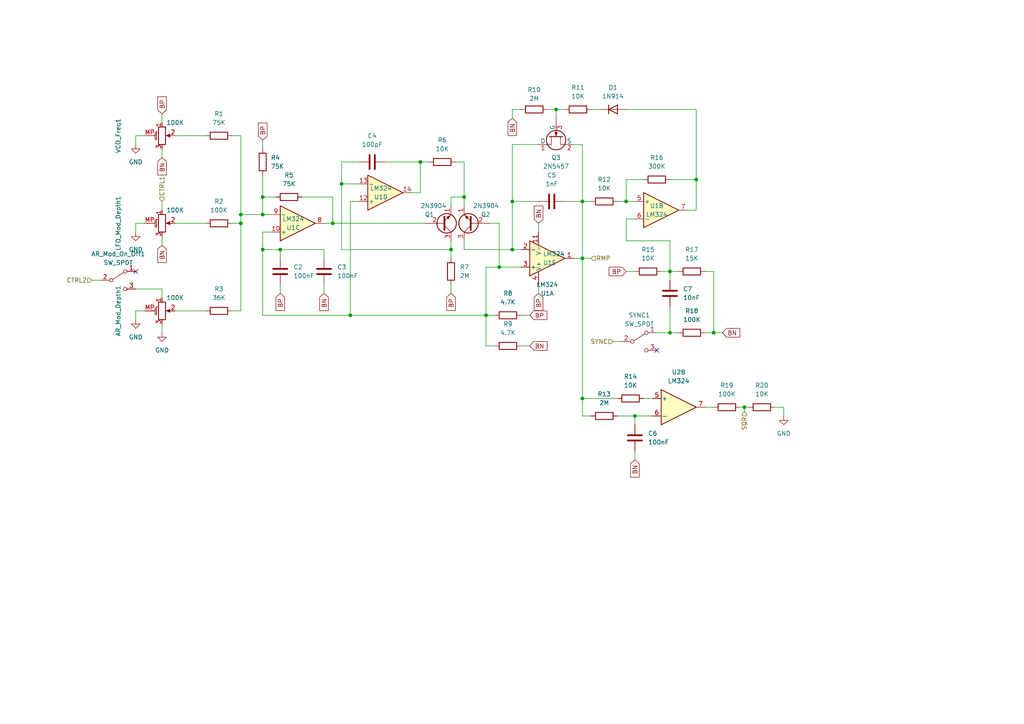
<source format=kicad_sch>
(kicad_sch (version 20230121) (generator eeschema)
  (paper "A4")
  (lib_symbols
    (symbol "Amplifier_Operational:LM324" (pin_names (offset 0.127))
      (property "Reference" "U" (at 0 5.08 0))
      (property "Value" "LM324" (at 0 -5.08 0))
      (symbol "LM324_1_1"
        (polyline (pts (xy -5.08 5.08) (xy 5.08 0) (xy -5.08 -5.08) (xy -5.08 5.08)) (stroke (width 0.254)) (fill (type background)))
        (pin output line (at 7.62 0 180) (length 2.54) (name "~") (number "1"))
        (pin input line (at -7.62 -2.54 0) (length 2.54) (name "-") (number "2"))
        (pin input line (at -7.62 2.54 0) (length 2.54) (name "+") (number "3"))
      )
      (symbol "LM324_2_1"
        (polyline (pts (xy -5.08 5.08) (xy 5.08 0) (xy -5.08 -5.08) (xy -5.08 5.08)) (stroke (width 0.254)) (fill (type background)))
        (pin input line (at -7.62 2.54 0) (length 2.54) (name "+") (number "5"))
        (pin input line (at -7.62 -2.54 0) (length 2.54) (name "-") (number "6"))
        (pin output line (at 7.62 0 180) (length 2.54) (name "~") (number "7"))
      )
      (symbol "LM324_3_1"
        (polyline (pts (xy -5.08 5.08) (xy 5.08 0) (xy -5.08 -5.08) (xy -5.08 5.08)) (stroke (width 0.254)) (fill (type background)))
        (pin input line (at -7.62 2.54 0) (length 2.54) (name "+") (number "10"))
        (pin output line (at 7.62 0 180) (length 2.54) (name "~") (number "8"))
        (pin input line (at -7.62 -2.54 0) (length 2.54) (name "-") (number "9"))
      )
      (symbol "LM324_4_1"
        (polyline (pts (xy -5.08 5.08) (xy 5.08 0) (xy -5.08 -5.08) (xy -5.08 5.08)) (stroke (width 0.254)) (fill (type background)))
        (pin input line (at -7.62 2.54 0) (length 2.54) (name "+") (number "12"))
        (pin input line (at -7.62 -2.54 0) (length 2.54) (name "-") (number "13"))
        (pin output line (at 7.62 0 180) (length 2.54) (name "~") (number "14"))
      )
      (symbol "LM324_5_1"
        (pin power_in line (at -2.54 -7.62 90) (length 3.81) (name "V-") (number "11"))
        (pin power_in line (at -2.54 7.62 270) (length 3.81) (name "V+") (number "4"))
      )
    )
    (symbol "Device:C" (pin_numbers hide) (pin_names (offset 0.254))
      (property "Reference" "C" (at 0.635 2.54 0))
      (property "Value" "C" (at 0.635 -2.54 0))
      (symbol "C_0_1"
        (polyline (pts (xy -2.032 -0.762) (xy 2.032 -0.762)) (stroke (width 0.508)))
        (polyline (pts (xy -2.032 0.762) (xy 2.032 0.762)) (stroke (width 0.508)))
      )
      (symbol "C_1_1"
        (pin passive line (at 0 3.81 270) (length 2.794) (name "~") (number "1"))
        (pin passive line (at 0 -3.81 90) (length 2.794) (name "~") (number "2"))
      )
    )
    (symbol "Device:Q_NJFET_DSG" (pin_names (offset 0))
      (property "Reference" "Q" (at 5.08 1.27 0))
      (property "Value" "Q_NJFET_DSG" (at 5.08 -1.27 0))
      (symbol "Q_NJFET_DSG_0_1"
        (polyline (pts (xy 0.254 1.905) (xy 0.254 -1.905) (xy 0.254 -1.905)) (stroke (width 0.254)))
        (polyline (pts (xy 2.54 -2.54) (xy 2.54 -1.27) (xy 0.254 -1.27)))
        (polyline (pts (xy 2.54 2.54) (xy 2.54 1.397) (xy 0.254 1.397)))
        (polyline (pts (xy 0 0) (xy -1.016 0.381) (xy -1.016 -0.381) (xy 0 0)) (fill (type outline)))
        (circle (center 1.27 0) (radius 2.8194) (stroke (width 0.254)))
      )
      (symbol "Q_NJFET_DSG_1_1"
        (pin passive line (at 2.54 5.08 270) (length 2.54) (name "D") (number "1"))
        (pin passive line (at 2.54 -5.08 90) (length 2.54) (name "S") (number "2"))
        (pin input line (at -5.08 0 0) (length 5.334) (name "G") (number "3"))
      )
    )
    (symbol "Device:R" (pin_numbers hide) (pin_names (offset 0))
      (property "Reference" "R" (at 2.032 0 90))
      (property "Value" "R" (at 0 0 90))
      (symbol "R_0_1"
        (rectangle (start -1.016 -2.54) (end 1.016 2.54) (stroke (width 0.254)))
      )
      (symbol "R_1_1"
        (pin passive line (at 0 3.81 270) (length 1.27) (name "~") (number "1"))
        (pin passive line (at 0 -3.81 90) (length 1.27) (name "~") (number "2"))
      )
    )
    (symbol "Device:R_Potentiometer_MountingPin" (pin_names (offset 1.016) hide)
      (property "Reference" "RV" (at -8.255 0 90))
      (property "Value" "R_Potentiometer_MountingPin" (at -6.35 0 90))
      (symbol "R_Potentiometer_MountingPin_0_1"
        (polyline (pts (xy 2.54 0) (xy 1.524 0)))
        (polyline (pts (xy 1.143 0) (xy 2.286 0.508) (xy 2.286 -0.508)) (fill (type outline)))
        (rectangle (start 1.016 2.54) (end -1.016 -2.54) (stroke (width 0.254)))
      )
      (symbol "R_Potentiometer_MountingPin_1_1"
        (polyline (pts (xy -2.032 1.016) (xy -2.032 -1.016)) (stroke (width 0.1524)))
        (text "Mounting" (at -1.651 0 900) (effects (font (size 0.381 0.381))))
        (pin passive line (at 0 3.81 270) (length 1.27) (name "1") (number "1"))
        (pin passive line (at 3.81 0 180) (length 1.27) (name "2") (number "2"))
        (pin passive line (at 0 -3.81 90) (length 1.27) (name "3") (number "3"))
        (pin passive line (at -5.08 0 0) (length 3.048) (name "MountPin") (number "MP"))
      )
    )
    (symbol "Diode:1N914" (pin_numbers hide) (pin_names hide)
      (property "Reference" "D" (at 0 2.54 0))
      (property "Value" "1N914" (at 0 -2.54 0))
      (symbol "1N914_0_1"
        (polyline (pts (xy -1.27 1.27) (xy -1.27 -1.27)) (stroke (width 0.254)))
        (polyline (pts (xy 1.27 0) (xy -1.27 0)))
        (polyline (pts (xy 1.27 1.27) (xy 1.27 -1.27) (xy -1.27 0) (xy 1.27 1.27)) (stroke (width 0.254)))
      )
      (symbol "1N914_1_1"
        (pin passive line (at -3.81 0 0) (length 2.54) (name "K") (number "1"))
        (pin passive line (at 3.81 0 180) (length 2.54) (name "A") (number "2"))
      )
    )
    (symbol "Switch:SW_SPDT" (pin_names (offset 0) hide)
      (property "Reference" "SW" (at 0 4.318 0))
      (property "Value" "SW_SPDT" (at 0 -5.08 0))
      (symbol "SW_SPDT_0_0"
        (circle (center -2.032 0) (radius 0.508))
        (circle (center 2.032 -2.54) (radius 0.508))
      )
      (symbol "SW_SPDT_0_1"
        (polyline (pts (xy -1.524 0.254) (xy 1.651 2.286)))
        (circle (center 2.032 2.54) (radius 0.508))
      )
      (symbol "SW_SPDT_1_1"
        (pin passive line (at 5.08 2.54 180) (length 2.54) (name "A") (number "1"))
        (pin passive line (at -5.08 0 0) (length 2.54) (name "B") (number "2"))
        (pin passive line (at 5.08 -2.54 180) (length 2.54) (name "C") (number "3"))
      )
    )
    (symbol "Transistor_BJT:2N3904" (pin_names (offset 0) hide)
      (property "Reference" "Q" (at 5.08 1.905 0))
      (property "Value" "2N3904" (at 5.08 0 0))
      (symbol "2N3904_0_1"
        (polyline (pts (xy 0.635 0.635) (xy 2.54 2.54)))
        (polyline (pts (xy 0.635 -0.635) (xy 2.54 -2.54) (xy 2.54 -2.54)))
        (polyline (pts (xy 0.635 1.905) (xy 0.635 -1.905) (xy 0.635 -1.905)) (stroke (width 0.508)))
        (polyline (pts (xy 1.27 -1.778) (xy 1.778 -1.27) (xy 2.286 -2.286) (xy 1.27 -1.778) (xy 1.27 -1.778)) (fill (type outline)))
        (circle (center 1.27 0) (radius 2.8194) (stroke (width 0.254)))
      )
      (symbol "2N3904_1_1"
        (pin passive line (at 2.54 -5.08 90) (length 2.54) (name "E") (number "1"))
        (pin passive line (at -5.08 0 0) (length 5.715) (name "B") (number "2"))
        (pin passive line (at 2.54 5.08 270) (length 2.54) (name "C") (number "3"))
      )
    )
    (symbol "power:GND" (power) (pin_names (offset 0))
      (property "Value" "GND" (at 0 -3.81 0))
      (symbol "GND_0_1"
        (polyline (pts (xy 0 0) (xy 0 -1.27) (xy 1.27 -1.27) (xy 0 -2.54) (xy -1.27 -1.27) (xy 0 -1.27)))
      )
      (symbol "GND_1_1"
        (pin power_in line (at 0 0 270) (length 0) hide (name "GND") (number "1"))
      )
    )
  )
  (junction (at 207.01 96.52))
  (junction (at 168.91 58.42))
  (junction (at 168.91 74.93))
  (junction (at 168.91 115.57))
  (junction (at 144.78 77.47))
  (junction (at 161.29 31.75))
  (junction (at 140.97 91.44))
  (junction (at 76.2 62.23))
  (junction (at 130.81 72.39))
  (junction (at 99.06 53.34))
  (junction (at 69.85 62.23))
  (junction (at 76.2 57.15))
  (junction (at 201.93 52.07))
  (junction (at 181.61 58.42))
  (junction (at 101.6 91.44))
  (junction (at 215.9 118.11))
  (junction (at 184.15 120.65))
  (junction (at 194.31 78.74))
  (junction (at 121.92 46.99))
  (junction (at 76.2 72.39))
  (junction (at 148.59 72.39))
  (junction (at 69.85 64.77))
  (junction (at 134.62 57.15))
  (junction (at 81.28 72.39))
  (junction (at 194.31 96.52))
  (junction (at 96.52 64.77))
  (junction (at 148.59 58.42))
  (no_connect (at 190.5 101.6))
  (no_connect (at 39.37 78.74))
  (wire (pts (xy 156.21 41.91) (xy 148.59 41.91)))
  (wire (pts (xy 39.37 83.82) (xy 46.99 83.82)))
  (wire (pts (xy 168.91 120.65) (xy 168.91 115.57)))
  (wire (pts (xy 201.93 31.75) (xy 181.61 31.75)))
  (wire (pts (xy 50.8 64.77) (xy 59.69 64.77)))
  (wire (pts (xy 76.2 62.23) (xy 76.2 57.15)))
  (wire (pts (xy 69.85 64.77) (xy 69.85 90.17)))
  (wire (pts (xy 171.45 31.75) (xy 173.99 31.75)))
  (wire (pts (xy 140.97 77.47) (xy 144.78 77.47)))
  (wire (pts (xy 101.6 91.44) (xy 140.97 91.44)))
  (wire (pts (xy 181.61 58.42) (xy 184.15 58.42)))
  (wire (pts (xy 186.69 52.07) (xy 181.61 52.07)))
  (wire (pts (xy 121.92 46.99) (xy 124.46 46.99)))
  (wire (pts (xy 96.52 64.77) (xy 93.98 64.77)))
  (wire (pts (xy 181.61 63.5) (xy 181.61 69.85)))
  (wire (pts (xy 46.99 33.02) (xy 46.99 35.56)))
  (wire (pts (xy 130.81 72.39) (xy 99.06 72.39)))
  (wire (pts (xy 99.06 46.99) (xy 99.06 53.34)))
  (wire (pts (xy 168.91 74.93) (xy 171.45 74.93)))
  (wire (pts (xy 81.28 82.55) (xy 81.28 85.09)))
  (wire (pts (xy 184.15 63.5) (xy 181.61 63.5)))
  (wire (pts (xy 119.38 55.88) (xy 121.92 55.88)))
  (wire (pts (xy 76.2 72.39) (xy 81.28 72.39)))
  (wire (pts (xy 140.97 100.33) (xy 140.97 91.44)))
  (wire (pts (xy 111.76 46.99) (xy 121.92 46.99)))
  (wire (pts (xy 181.61 69.85) (xy 194.31 69.85)))
  (wire (pts (xy 199.39 60.96) (xy 201.93 60.96)))
  (wire (pts (xy 207.01 78.74) (xy 207.01 96.52)))
  (wire (pts (xy 67.31 64.77) (xy 69.85 64.77)))
  (wire (pts (xy 179.07 115.57) (xy 168.91 115.57)))
  (wire (pts (xy 69.85 62.23) (xy 69.85 64.77)))
  (wire (pts (xy 194.31 78.74) (xy 194.31 81.28)))
  (wire (pts (xy 168.91 115.57) (xy 168.91 74.93)))
  (wire (pts (xy 207.01 96.52) (xy 209.55 96.52)))
  (wire (pts (xy 50.8 39.37) (xy 59.69 39.37)))
  (wire (pts (xy 204.47 118.11) (xy 207.01 118.11)))
  (wire (pts (xy 46.99 58.42) (xy 46.99 60.96)))
  (wire (pts (xy 93.98 72.39) (xy 93.98 74.93)))
  (wire (pts (xy 156.21 64.77) (xy 156.21 67.31)))
  (wire (pts (xy 140.97 91.44) (xy 143.51 91.44)))
  (wire (pts (xy 134.62 57.15) (xy 134.62 59.69)))
  (wire (pts (xy 39.37 39.37) (xy 39.37 41.91)))
  (wire (pts (xy 87.63 57.15) (xy 96.52 57.15)))
  (wire (pts (xy 181.61 78.74) (xy 184.15 78.74)))
  (wire (pts (xy 78.74 67.31) (xy 76.2 67.31)))
  (wire (pts (xy 148.59 72.39) (xy 134.62 72.39)))
  (wire (pts (xy 179.07 58.42) (xy 181.61 58.42)))
  (wire (pts (xy 194.31 52.07) (xy 201.93 52.07)))
  (wire (pts (xy 46.99 68.58) (xy 46.99 71.12)))
  (wire (pts (xy 76.2 91.44) (xy 76.2 72.39)))
  (wire (pts (xy 142.24 64.77) (xy 144.78 64.77)))
  (wire (pts (xy 184.15 130.81) (xy 184.15 133.35)))
  (wire (pts (xy 204.47 96.52) (xy 207.01 96.52)))
  (wire (pts (xy 168.91 58.42) (xy 168.91 74.93)))
  (wire (pts (xy 148.59 31.75) (xy 148.59 34.29)))
  (wire (pts (xy 148.59 41.91) (xy 148.59 58.42)))
  (wire (pts (xy 151.13 100.33) (xy 153.67 100.33)))
  (wire (pts (xy 191.77 78.74) (xy 194.31 78.74)))
  (wire (pts (xy 69.85 39.37) (xy 69.85 62.23)))
  (wire (pts (xy 76.2 67.31) (xy 76.2 72.39)))
  (wire (pts (xy 214.63 118.11) (xy 215.9 118.11)))
  (wire (pts (xy 46.99 93.98) (xy 46.99 96.52)))
  (wire (pts (xy 184.15 120.65) (xy 189.23 120.65)))
  (wire (pts (xy 46.99 83.82) (xy 46.99 86.36)))
  (wire (pts (xy 41.91 90.17) (xy 39.37 90.17)))
  (wire (pts (xy 134.62 46.99) (xy 134.62 57.15)))
  (wire (pts (xy 151.13 91.44) (xy 153.67 91.44)))
  (wire (pts (xy 168.91 58.42) (xy 171.45 58.42)))
  (wire (pts (xy 194.31 69.85) (xy 194.31 78.74)))
  (wire (pts (xy 143.51 100.33) (xy 140.97 100.33)))
  (wire (pts (xy 158.75 31.75) (xy 161.29 31.75)))
  (wire (pts (xy 201.93 60.96) (xy 201.93 52.07)))
  (wire (pts (xy 194.31 96.52) (xy 196.85 96.52)))
  (wire (pts (xy 148.59 58.42) (xy 148.59 72.39)))
  (wire (pts (xy 104.14 58.42) (xy 101.6 58.42)))
  (wire (pts (xy 46.99 43.18) (xy 46.99 45.72)))
  (wire (pts (xy 215.9 118.11) (xy 217.17 118.11)))
  (wire (pts (xy 144.78 77.47) (xy 151.13 77.47)))
  (wire (pts (xy 41.91 39.37) (xy 39.37 39.37)))
  (wire (pts (xy 104.14 46.99) (xy 99.06 46.99)))
  (wire (pts (xy 76.2 57.15) (xy 80.01 57.15)))
  (wire (pts (xy 144.78 64.77) (xy 144.78 77.47)))
  (wire (pts (xy 181.61 52.07) (xy 181.61 58.42)))
  (wire (pts (xy 81.28 72.39) (xy 81.28 74.93)))
  (wire (pts (xy 78.74 62.23) (xy 76.2 62.23)))
  (wire (pts (xy 96.52 64.77) (xy 123.19 64.77)))
  (wire (pts (xy 148.59 58.42) (xy 156.21 58.42)))
  (wire (pts (xy 26.67 81.28) (xy 29.21 81.28)))
  (wire (pts (xy 50.8 90.17) (xy 59.69 90.17)))
  (wire (pts (xy 76.2 50.8) (xy 76.2 57.15)))
  (wire (pts (xy 93.98 82.55) (xy 93.98 85.09)))
  (wire (pts (xy 190.5 96.52) (xy 194.31 96.52)))
  (wire (pts (xy 130.81 69.85) (xy 130.81 72.39)))
  (wire (pts (xy 134.62 72.39) (xy 134.62 69.85)))
  (wire (pts (xy 177.8 99.06) (xy 180.34 99.06)))
  (wire (pts (xy 76.2 40.64) (xy 76.2 43.18)))
  (wire (pts (xy 186.69 115.57) (xy 189.23 115.57)))
  (wire (pts (xy 168.91 74.93) (xy 166.37 74.93)))
  (wire (pts (xy 224.79 118.11) (xy 227.33 118.11)))
  (wire (pts (xy 99.06 53.34) (xy 104.14 53.34)))
  (wire (pts (xy 99.06 72.39) (xy 99.06 53.34)))
  (wire (pts (xy 101.6 91.44) (xy 76.2 91.44)))
  (wire (pts (xy 130.81 72.39) (xy 130.81 74.93)))
  (wire (pts (xy 215.9 118.11) (xy 215.9 119.38)))
  (wire (pts (xy 130.81 82.55) (xy 130.81 85.09)))
  (wire (pts (xy 67.31 39.37) (xy 69.85 39.37)))
  (wire (pts (xy 161.29 31.75) (xy 163.83 31.75)))
  (wire (pts (xy 166.37 41.91) (xy 168.91 41.91)))
  (wire (pts (xy 69.85 90.17) (xy 67.31 90.17)))
  (wire (pts (xy 151.13 31.75) (xy 148.59 31.75)))
  (wire (pts (xy 96.52 57.15) (xy 96.52 64.77)))
  (wire (pts (xy 101.6 58.42) (xy 101.6 91.44)))
  (wire (pts (xy 227.33 118.11) (xy 227.33 120.65)))
  (wire (pts (xy 194.31 78.74) (xy 196.85 78.74)))
  (wire (pts (xy 201.93 52.07) (xy 201.93 31.75)))
  (wire (pts (xy 140.97 91.44) (xy 140.97 77.47)))
  (wire (pts (xy 39.37 90.17) (xy 39.37 92.71)))
  (wire (pts (xy 179.07 120.65) (xy 184.15 120.65)))
  (wire (pts (xy 204.47 78.74) (xy 207.01 78.74)))
  (wire (pts (xy 39.37 64.77) (xy 39.37 67.31)))
  (wire (pts (xy 184.15 120.65) (xy 184.15 123.19)))
  (wire (pts (xy 168.91 41.91) (xy 168.91 58.42)))
  (wire (pts (xy 171.45 120.65) (xy 168.91 120.65)))
  (wire (pts (xy 130.81 57.15) (xy 134.62 57.15)))
  (wire (pts (xy 194.31 88.9) (xy 194.31 96.52)))
  (wire (pts (xy 81.28 72.39) (xy 93.98 72.39)))
  (wire (pts (xy 163.83 58.42) (xy 168.91 58.42)))
  (wire (pts (xy 151.13 72.39) (xy 148.59 72.39)))
  (wire (pts (xy 121.92 55.88) (xy 121.92 46.99)))
  (wire (pts (xy 69.85 62.23) (xy 76.2 62.23)))
  (wire (pts (xy 161.29 31.75) (xy 161.29 34.29)))
  (wire (pts (xy 41.91 64.77) (xy 39.37 64.77)))
  (wire (pts (xy 130.81 59.69) (xy 130.81 57.15)))
  (wire (pts (xy 156.21 82.55) (xy 156.21 85.09)))
  (wire (pts (xy 132.08 46.99) (xy 134.62 46.99)))
  (global_label "BP" (shape input) (at 153.67 91.44 0) (property "Intersheetrefs" "${INTERSHEET_REFS}" (effects hide)))
  (global_label "BN" (shape input) (at 93.98 85.09 270) (property "Intersheetrefs" "${INTERSHEET_REFS}" (effects hide)))
  (global_label "BP" (shape input) (at 46.99 33.02 90) (property "Intersheetrefs" "${INTERSHEET_REFS}" (effects hide)))
  (global_label "BN" (shape input) (at 46.99 71.12 270) (property "Intersheetrefs" "${INTERSHEET_REFS}" (effects hide)))
  (global_label "BN" (shape input) (at 153.67 100.33 0) (property "Intersheetrefs" "${INTERSHEET_REFS}" (effects hide)))
  (global_label "BP" (shape input) (at 181.61 78.74 180) (property "Intersheetrefs" "${INTERSHEET_REFS}" (effects hide)))
  (global_label "BN" (shape input) (at 148.59 34.29 270) (property "Intersheetrefs" "${INTERSHEET_REFS}" (effects hide)))
  (global_label "BP" (shape input) (at 76.2 40.64 90) (property "Intersheetrefs" "${INTERSHEET_REFS}" (effects hide)))
  (global_label "BN" (shape input) (at 156.21 64.77 90) (property "Intersheetrefs" "${INTERSHEET_REFS}" (effects hide)))
  (global_label "BN" (shape input) (at 184.15 133.35 270) (property "Intersheetrefs" "${INTERSHEET_REFS}" (effects hide)))
  (global_label "BP" (shape input) (at 130.81 85.09 270) (property "Intersheetrefs" "${INTERSHEET_REFS}" (effects hide)))
  (global_label "BN" (shape input) (at 209.55 96.52 0) (property "Intersheetrefs" "${INTERSHEET_REFS}" (effects hide)))
  (global_label "BN" (shape input) (at 46.99 45.72 270) (property "Intersheetrefs" "${INTERSHEET_REFS}" (effects hide)))
  (global_label "BP" (shape input) (at 156.21 85.09 270) (property "Intersheetrefs" "${INTERSHEET_REFS}" (effects hide)))
  (global_label "BP" (shape input) (at 81.28 85.09 270) (property "Intersheetrefs" "${INTERSHEET_REFS}" (effects hide)))
  (hierarchical_label "CTRL2" (shape input) (at 26.67 81.28 180))
  (hierarchical_label "SQR" (shape input) (at 215.9 119.38 270))
  (hierarchical_label "RMP" (shape input) (at 171.45 74.93 0))
  (hierarchical_label "SYNC" (shape input) (at 177.8 99.06 180))
  (hierarchical_label "CTRL1" (shape input) (at 46.99 58.42 90))
  (symbol (lib_id "Transistor_BJT:2N3904") (at 137.16 64.77 180) (unit 1)
    (property "Reference" "Q2" (at 142.24 62.23 0) (effects (justify left)))
    (property "Value" "2N3904" (at 144.78 59.69 0) (effects (justify left)))
    (property "Footprint" "Package_TO_SOT_THT:TO-92_HandSolder" (effects hide))
    (property "Datasheet" "https://www.onsemi.com/pub/Collateral/2N3903-D.PDF" (effects hide))
  )
  (symbol (lib_id "Device:R") (at 63.5 90.17 90) (unit 1)
    (property "Reference" "R3" (at 63.5 83.82 90))
    (property "Value" "36K" (at 63.5 86.36 90))
    (property "Footprint" "Library:R_Axial_DIN0207_L6.3mm_D2.5mm_P7.62mm_Horizontal" (effects hide))
  )
  (symbol (lib_id "Amplifier_Operational:LM324") (at 158.75 74.93 0) (mirror x) (unit 5)
    (property "Reference" "U1" (at 157.48 76.2 0) (effects (justify left)))
    (property "Value" "LM324" (at 157.48 73.66 0) (effects (justify left)))
    (property "Footprint" "Package_DIP:DIP-14_W7.62mm_Socket_LongPads" (effects hide))
    (property "Datasheet" "http://www.ti.com/lit/ds/symlink/lm2902-n.pdf" (effects hide))
  )
  (symbol (lib_id "Amplifier_Operational:LM324") (at 158.75 74.93 0) (mirror x) (unit 1)
    (property "Reference" "U1" (at 158.75 85.09 0))
    (property "Value" "LM324" (at 158.75 82.55 0))
    (property "Footprint" "Package_DIP:DIP-14_W7.62mm_Socket_LongPads" (effects hide))
    (property "Datasheet" "http://www.ti.com/lit/ds/symlink/lm2902-n.pdf" (effects hide))
  )
  (symbol (lib_id "Device:R") (at 76.2 46.99 180) (unit 1)
    (property "Reference" "R4" (at 78.5245 45.72 0) (effects (justify right)))
    (property "Value" "75K" (at 78.5245 48.26 0) (effects (justify right)))
    (property "Footprint" "Library:R_Axial_DIN0207_L6.3mm_D2.5mm_P7.62mm_Horizontal" (effects hide))
  )
  (symbol (lib_id "Device:R_Potentiometer_MountingPin") (at 46.99 39.37 0) (unit 1)
    (property "Reference" "VCO_Freq1" (at 34.29 39.37 90))
    (property "Value" "100K" (at 50.8 35.56 0))
    (property "Footprint" "Library:Potentiometer_Bourns_PTV09A-1_Single_Vertical" (effects hide))
  )
  (symbol (lib_id "Amplifier_Operational:LM324") (at 111.76 55.88 0) (mirror x) (unit 4)
    (property "Reference" "U1" (at 110.49 57.15 0))
    (property "Value" "LM324" (at 110.49 54.61 0))
    (property "Footprint" "Package_DIP:DIP-14_W7.62mm_Socket_LongPads" (effects hide))
    (property "Datasheet" "http://www.ti.com/lit/ds/symlink/lm2902-n.pdf" (effects hide))
  )
  (symbol (lib_id "Device:C") (at 194.31 85.09 180) (unit 1)
    (property "Reference" "C7" (at 198.12 83.82 0) (effects (justify right)))
    (property "Value" "10nF" (at 198.12 86.36 0) (effects (justify right)))
    (property "Footprint" "Capacitor_THT:C_Disc_D3.0mm_W2.0mm_P2.50mm" (effects hide))
  )
  (symbol (lib_id "Device:C") (at 107.95 46.99 90) (unit 1)
    (property "Reference" "C4" (at 107.95 39.37 90))
    (property "Value" "100pF" (at 107.95 41.91 90))
    (property "Footprint" "Capacitor_THT:C_Disc_D3.0mm_W2.0mm_P2.50mm" (effects hide))
  )
  (symbol (lib_id "Diode:1N914") (at 177.8 31.75 0) (unit 1)
    (property "Reference" "D1" (at 177.8 25.4 0))
    (property "Value" "1N914" (at 177.8 27.94 0))
    (property "Footprint" "Diode_THT:D_DO-35_SOD27_P7.62mm_Horizontal" (effects hide))
    (property "Datasheet" "http://www.vishay.com/docs/85622/1n914.pdf" (effects hide))
    (property "Sim.Device" "D" (effects hide))
    (property "Sim.Pins" "1=K 2=A" (effects hide))
  )
  (symbol (lib_id "Amplifier_Operational:LM324") (at 196.85 118.11 0) (unit 2)
    (property "Reference" "U2" (at 196.85 107.95 0))
    (property "Value" "LM324" (at 196.85 110.49 0))
    (property "Footprint" "Package_DIP:DIP-14_W7.62mm_Socket_LongPads" (effects hide))
    (property "Datasheet" "http://www.ti.com/lit/ds/symlink/lm2902-n.pdf" (effects hide))
  )
  (symbol (lib_id "power:GND") (at 39.37 41.91 0) (unit 1)
    (property "Reference" "#PWR01" (effects hide))
    (property "Value" "GND" (at 39.37 46.99 0))
  )
  (symbol (lib_id "Transistor_BJT:2N3904") (at 128.27 64.77 0) (mirror x) (unit 1)
    (property "Reference" "Q1" (at 123.19 62.23 0) (effects (justify left)))
    (property "Value" "2N3904" (at 121.92 59.69 0) (effects (justify left)))
    (property "Footprint" "Package_TO_SOT_THT:TO-92_HandSolder" (effects hide))
    (property "Datasheet" "https://www.onsemi.com/pub/Collateral/2N3903-D.PDF" (effects hide))
  )
  (symbol (lib_id "Device:R") (at 154.94 31.75 270) (unit 1)
    (property "Reference" "R10" (at 154.94 26.0332 90))
    (property "Value" "2M" (at 154.94 28.5732 90))
    (property "Footprint" "Library:R_Axial_DIN0207_L6.3mm_D2.5mm_P7.62mm_Horizontal" (effects hide))
  )
  (symbol (lib_id "Device:R") (at 147.32 100.33 90) (unit 1)
    (property "Reference" "R9" (at 147.32 93.98 90))
    (property "Value" "4.7K" (at 147.32 96.52 90))
    (property "Footprint" "Library:R_Axial_DIN0207_L6.3mm_D2.5mm_P7.62mm_Horizontal" (effects hide))
  )
  (symbol (lib_id "Device:C") (at 93.98 78.74 180) (unit 1)
    (property "Reference" "C3" (at 97.79 77.47 0) (effects (justify right)))
    (property "Value" "100nF" (at 97.79 80.01 0) (effects (justify right)))
    (property "Footprint" "Capacitor_THT:C_Disc_D3.0mm_W2.0mm_P2.50mm" (effects hide))
  )
  (symbol (lib_id "Device:R") (at 128.27 46.99 90) (unit 1)
    (property "Reference" "R6" (at 128.27 40.64 90))
    (property "Value" "10K" (at 128.27 43.18 90))
    (property "Footprint" "Library:R_Axial_DIN0207_L6.3mm_D2.5mm_P7.62mm_Horizontal" (effects hide))
  )
  (symbol (lib_id "Device:R") (at 200.66 78.74 90) (unit 1)
    (property "Reference" "R17" (at 200.66 72.39 90))
    (property "Value" "15K" (at 200.66 74.93 90))
    (property "Footprint" "Library:R_Axial_DIN0207_L6.3mm_D2.5mm_P7.62mm_Horizontal" (effects hide))
  )
  (symbol (lib_id "Device:R") (at 200.66 96.52 90) (unit 1)
    (property "Reference" "R18" (at 200.66 90.17 90))
    (property "Value" "100K" (at 200.66 92.71 90))
    (property "Footprint" "Library:R_Axial_DIN0207_L6.3mm_D2.5mm_P7.62mm_Horizontal" (effects hide))
  )
  (symbol (lib_id "power:GND") (at 46.99 96.52 0) (unit 1)
    (property "Reference" "#PWR04" (effects hide))
    (property "Value" "GND" (at 46.99 101.6 0))
  )
  (symbol (lib_id "power:GND") (at 227.33 120.65 0) (unit 1)
    (property "Reference" "#PWR05" (effects hide))
    (property "Value" "GND" (at 227.33 125.73 0))
  )
  (symbol (lib_id "Device:R") (at 63.5 64.77 90) (unit 1)
    (property "Reference" "R2" (at 63.5 58.42 90))
    (property "Value" "100K" (at 63.5 60.96 90))
    (property "Footprint" "Library:R_Axial_DIN0207_L6.3mm_D2.5mm_P7.62mm_Horizontal" (effects hide))
  )
  (symbol (lib_id "Device:R") (at 130.81 78.74 180) (unit 1)
    (property "Reference" "R7" (at 133.35 77.47 0) (effects (justify right)))
    (property "Value" "2M" (at 133.35 80.01 0) (effects (justify right)))
    (property "Footprint" "Library:R_Axial_DIN0207_L6.3mm_D2.5mm_P7.62mm_Horizontal" (effects hide))
  )
  (symbol (lib_id "Device:R") (at 167.64 31.75 90) (unit 1)
    (property "Reference" "R11" (at 167.64 25.4 90))
    (property "Value" "10K" (at 167.64 27.94 90))
    (property "Footprint" "Library:R_Axial_DIN0207_L6.3mm_D2.5mm_P7.62mm_Horizontal" (effects hide))
  )
  (symbol (lib_id "Switch:SW_SPDT") (at 34.29 81.28 0) (unit 1)
    (property "Reference" "AR_Mod_On_Off1" (at 34.29 73.66 0))
    (property "Value" "SW_SPDT" (at 34.29 76.2 0))
    (property "Footprint" "benjiaomodular:ToggleSwitch_MTS-102_SPDT" (effects hide))
  )
  (symbol (lib_id "Device:R") (at 175.26 120.65 90) (unit 1)
    (property "Reference" "R13" (at 175.26 114.3 90))
    (property "Value" "2M" (at 175.26 116.84 90))
    (property "Footprint" "Library:R_Axial_DIN0207_L6.3mm_D2.5mm_P7.62mm_Horizontal" (effects hide))
  )
  (symbol (lib_id "Device:R") (at 147.32 91.44 90) (unit 1)
    (property "Reference" "R8" (at 147.32 85.09 90))
    (property "Value" "4.7K" (at 147.32 87.63 90))
    (property "Footprint" "Library:R_Axial_DIN0207_L6.3mm_D2.5mm_P7.62mm_Horizontal" (effects hide))
  )
  (symbol (lib_id "Device:R") (at 187.96 78.74 90) (unit 1)
    (property "Reference" "R15" (at 187.96 72.39 90))
    (property "Value" "10K" (at 187.96 74.93 90))
    (property "Footprint" "Library:R_Axial_DIN0207_L6.3mm_D2.5mm_P7.62mm_Horizontal" (effects hide))
  )
  (symbol (lib_id "Device:R") (at 210.82 118.11 90) (unit 1)
    (property "Reference" "R19" (at 210.82 111.76 90))
    (property "Value" "100K" (at 210.82 114.3 90))
    (property "Footprint" "Library:R_Axial_DIN0207_L6.3mm_D2.5mm_P7.62mm_Horizontal" (effects hide))
  )
  (symbol (lib_id "Device:R") (at 83.82 57.15 90) (unit 1)
    (property "Reference" "R5" (at 83.82 50.8 90))
    (property "Value" "75K" (at 83.82 53.34 90))
    (property "Footprint" "Library:R_Axial_DIN0207_L6.3mm_D2.5mm_P7.62mm_Horizontal" (effects hide))
  )
  (symbol (lib_id "Device:R") (at 190.5 52.07 90) (unit 1)
    (property "Reference" "R16" (at 190.5 45.72 90))
    (property "Value" "300K" (at 190.5 48.26 90))
    (property "Footprint" "Library:R_Axial_DIN0207_L6.3mm_D2.5mm_P7.62mm_Horizontal" (effects hide))
  )
  (symbol (lib_id "Switch:SW_SPDT") (at 185.42 99.06 0) (unit 1)
    (property "Reference" "SYNC1" (at 185.42 91.44 0))
    (property "Value" "SW_SPDT" (at 185.42 93.98 0))
    (property "Footprint" "benjiaomodular:ToggleSwitch_MTS-102_SPDT" (effects hide))
  )
  (symbol (lib_id "Amplifier_Operational:LM324") (at 191.77 60.96 0) (unit 2)
    (property "Reference" "U1" (at 190.5 59.69 0))
    (property "Value" "LM324" (at 190.5 62.23 0))
    (property "Footprint" "Package_DIP:DIP-14_W7.62mm_Socket_LongPads" (effects hide))
    (property "Datasheet" "http://www.ti.com/lit/ds/symlink/lm2902-n.pdf" (effects hide))
  )
  (symbol (lib_id "power:GND") (at 39.37 92.71 0) (unit 1)
    (property "Reference" "#PWR03" (effects hide))
    (property "Value" "GND" (at 39.37 97.79 0))
  )
  (symbol (lib_id "Device:R") (at 220.98 118.11 90) (unit 1)
    (property "Reference" "R20" (at 220.98 111.76 90))
    (property "Value" "10K" (at 220.98 114.3 90))
    (property "Footprint" "Library:R_Axial_DIN0207_L6.3mm_D2.5mm_P7.62mm_Horizontal" (effects hide))
  )
  (symbol (lib_id "Device:C") (at 160.02 58.42 90) (unit 1)
    (property "Reference" "C5" (at 160.02 50.8 90))
    (property "Value" "1nF" (at 160.02 53.34 90))
    (property "Footprint" "Capacitor_THT:C_Disc_D3.0mm_W2.0mm_P2.50mm" (effects hide))
  )
  (symbol (lib_id "Amplifier_Operational:LM324") (at 86.36 64.77 0) (mirror x) (unit 3)
    (property "Reference" "U1" (at 85.09 66.04 0))
    (property "Value" "LM324" (at 85.09 63.5 0))
    (property "Footprint" "Package_DIP:DIP-14_W7.62mm_Socket_LongPads" (effects hide))
    (property "Datasheet" "http://www.ti.com/lit/ds/symlink/lm2902-n.pdf" (effects hide))
  )
  (symbol (lib_id "Device:R") (at 63.5 39.37 90) (unit 1)
    (property "Reference" "R1" (at 63.5 33.02 90))
    (property "Value" "75K" (at 63.5 35.56 90))
    (property "Footprint" "Library:R_Axial_DIN0207_L6.3mm_D2.5mm_P7.62mm_Horizontal" (effects hide))
  )
  (symbol (lib_id "Device:R") (at 175.26 58.42 90) (unit 1)
    (property "Reference" "R12" (at 175.26 52.07 90))
    (property "Value" "10K" (at 175.26 54.61 90))
    (property "Footprint" "Library:R_Axial_DIN0207_L6.3mm_D2.5mm_P7.62mm_Horizontal" (effects hide))
  )
  (symbol (lib_id "Device:C") (at 81.28 78.74 180) (unit 1)
    (property "Reference" "C2" (at 85.09 77.47 0) (effects (justify right)))
    (property "Value" "100nF" (at 85.09 80.01 0) (effects (justify right)))
    (property "Footprint" "Capacitor_THT:C_Disc_D3.0mm_W2.0mm_P2.50mm" (effects hide))
  )
  (symbol (lib_id "power:GND") (at 39.37 67.31 0) (unit 1)
    (property "Reference" "#PWR02" (effects hide))
    (property "Value" "GND" (at 39.37 72.39 0))
  )
  (symbol (lib_id "Device:R_Potentiometer_MountingPin") (at 46.99 90.17 0) (unit 1)
    (property "Reference" "AR_Mod_Depth1" (at 34.29 90.17 90))
    (property "Value" "100K" (at 50.8 86.36 0))
    (property "Footprint" "Library:Potentiometer_Bourns_PTV09A-1_Single_Vertical" (effects hide))
  )
  (symbol (lib_id "Device:Q_NJFET_DSG") (at 161.29 39.37 90) (mirror x) (unit 1)
    (property "Reference" "Q3" (at 161.29 45.72 90))
    (property "Value" "2N5457" (at 161.29 48.26 90))
    (property "Footprint" "Package_TO_SOT_THT:TO-92_HandSolder" (effects hide))
  )
  (symbol (lib_id "Device:C") (at 184.15 127 180) (unit 1)
    (property "Reference" "C6" (at 187.96 125.73 0) (effects (justify right)))
    (property "Value" "100nF" (at 187.96 128.27 0) (effects (justify right)))
    (property "Footprint" "Capacitor_THT:C_Disc_D3.0mm_W2.0mm_P2.50mm" (effects hide))
  )
  (symbol (lib_id "Device:R") (at 182.88 115.57 90) (unit 1)
    (property "Reference" "R14" (at 182.88 109.22 90))
    (property "Value" "10K" (at 182.88 111.76 90))
    (property "Footprint" "Library:R_Axial_DIN0207_L6.3mm_D2.5mm_P7.62mm_Horizontal" (effects hide))
  )
  (symbol (lib_id "Device:R_Potentiometer_MountingPin") (at 46.99 64.77 0) (unit 1)
    (property "Reference" "LFO_Mod_Depth1" (at 34.29 64.77 90))
    (property "Value" "100K" (at 50.8 60.96 0))
    (property "Footprint" "Library:Potentiometer_Bourns_PTV09A-1_Single_Vertical" (effects hide))
  )
)
</source>
